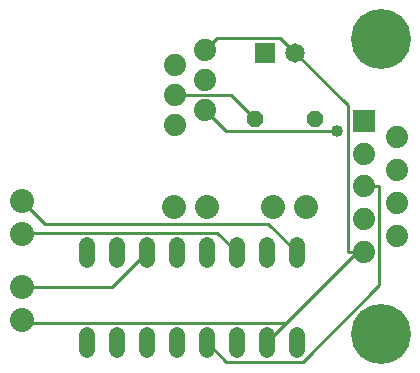
<source format=gbl>
G75*
G70*
%OFA0B0*%
%FSLAX24Y24*%
%IPPOS*%
%LPD*%
%AMOC8*
5,1,8,0,0,1.08239X$1,22.5*
%
%ADD10C,0.0520*%
%ADD11C,0.0800*%
%ADD12R,0.0740X0.0740*%
%ADD13C,0.0740*%
%ADD14C,0.2000*%
%ADD15OC8,0.0520*%
%ADD16R,0.0650X0.0650*%
%ADD17C,0.0650*%
%ADD18C,0.0100*%
%ADD19C,0.0400*%
D10*
X003300Y002848D02*
X003300Y003368D01*
X004300Y003368D02*
X004300Y002848D01*
X005300Y002848D02*
X005300Y003368D01*
X006300Y003368D02*
X006300Y002848D01*
X007300Y002848D02*
X007300Y003368D01*
X008300Y003368D02*
X008300Y002848D01*
X009300Y002848D02*
X009300Y003368D01*
X010300Y003368D02*
X010300Y002848D01*
X010300Y005848D02*
X010300Y006368D01*
X009300Y006368D02*
X009300Y005848D01*
X008300Y005848D02*
X008300Y006368D01*
X007300Y006368D02*
X007300Y005848D01*
X006300Y005848D02*
X006300Y006368D01*
X005300Y006368D02*
X005300Y005848D01*
X004300Y005848D02*
X004300Y006368D01*
X003300Y006368D02*
X003300Y005848D01*
D11*
X001150Y006708D03*
X001150Y007808D03*
X001150Y004958D03*
X001150Y003858D03*
X006200Y007608D03*
X007300Y007608D03*
X009500Y007608D03*
X010600Y007608D03*
D12*
X012541Y010489D03*
D13*
X012541Y009399D03*
X013659Y009942D03*
X013659Y008852D03*
X012541Y008308D03*
X012541Y007218D03*
X013659Y006674D03*
X012541Y006127D03*
X013659Y007765D03*
X007250Y010858D03*
X006250Y010358D03*
X006250Y011358D03*
X007250Y011858D03*
X006250Y012358D03*
X007250Y012858D03*
D14*
X013100Y013230D03*
X013100Y003387D03*
D15*
X010900Y010558D03*
X008900Y010558D03*
D16*
X009250Y012758D03*
D17*
X010250Y012758D03*
D18*
X012000Y011008D01*
X012000Y006108D01*
X012250Y006108D01*
X012541Y006127D01*
X012500Y006108D01*
X012300Y006108D01*
X009925Y003733D01*
X009900Y003758D01*
X001250Y003758D01*
X001150Y003858D01*
X001150Y004958D02*
X004150Y004958D01*
X005300Y006108D01*
X007650Y006758D02*
X001200Y006758D01*
X001150Y006708D01*
X001900Y007058D02*
X001150Y007808D01*
X001900Y007058D02*
X009350Y007058D01*
X010300Y006108D01*
X008300Y006108D02*
X007650Y006758D01*
X009925Y003733D02*
X009300Y003108D01*
X010500Y002458D02*
X013050Y005008D01*
X013050Y008308D01*
X012541Y008308D01*
X011650Y010158D02*
X007950Y010158D01*
X007250Y010858D01*
X008100Y011358D02*
X006250Y011358D01*
X007250Y012858D02*
X007650Y013258D01*
X009750Y013258D01*
X010250Y012758D01*
X008100Y011358D02*
X008900Y010558D01*
X007300Y003108D02*
X007950Y002458D01*
X010500Y002458D01*
D19*
X011650Y010158D03*
M02*

</source>
